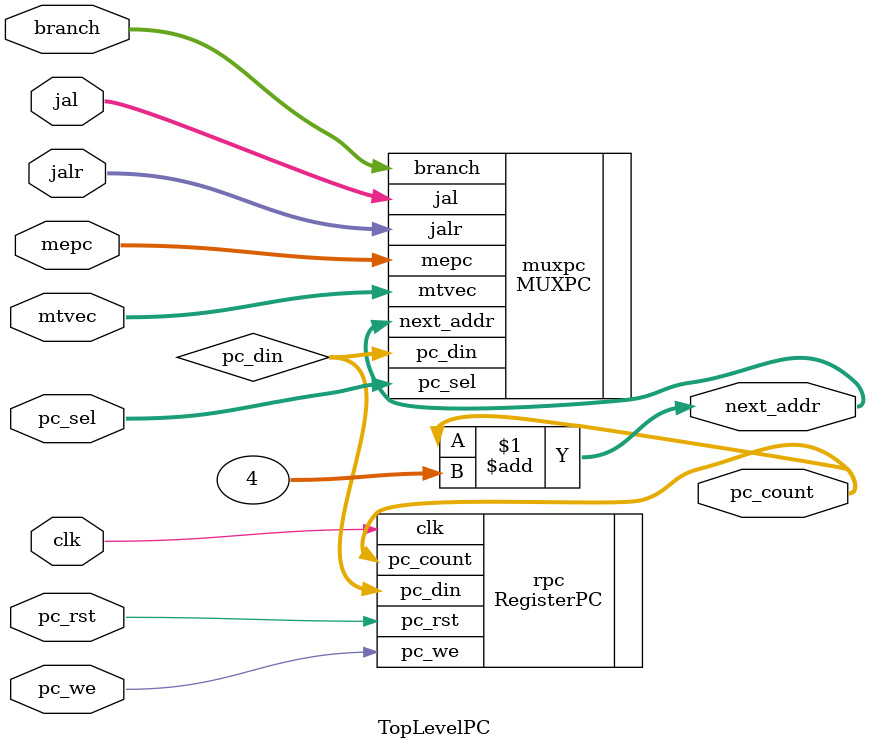
<source format=sv>
`timescale 1ns / 1ps


module TopLevelPC(
    input logic clk, pc_rst, pc_we,
    input logic [2:0] pc_sel,
    input logic [31:0] jalr, branch, jal, mtvec, mepc,
    output logic [31:0] pc_count,
    output logic [31:0] next_addr
    );
    logic [31:0] pc_din;
    assign next_addr = pc_count + 32'b100; //compute addition for next sequential instruction 
    MUXPC muxpc (.next_addr(next_addr), .jalr(jalr), .branch(branch), .jal(jal), .mtvec(mtvec), .mepc(mepc), .pc_sel(pc_sel), .pc_din(pc_din)); //Instantiate the MUX to find next PC value   
    RegisterPC rpc (.clk(clk), .pc_rst(pc_rst), .pc_we(pc_we), .pc_din(pc_din), .pc_count(pc_count));    //Instantiate the PC

endmodule

</source>
